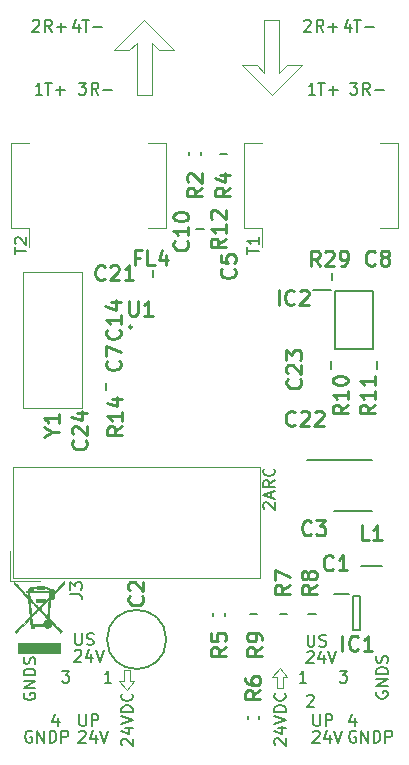
<source format=gto>
G04 #@! TF.GenerationSoftware,KiCad,Pcbnew,(5.1.5)-3*
G04 #@! TF.CreationDate,2020-07-08T18:31:05-03:00*
G04 #@! TF.ProjectId,EEN60002020,45454e36-3030-4303-9230-32302e6b6963,rev?*
G04 #@! TF.SameCoordinates,Original*
G04 #@! TF.FileFunction,Legend,Top*
G04 #@! TF.FilePolarity,Positive*
%FSLAX46Y46*%
G04 Gerber Fmt 4.6, Leading zero omitted, Abs format (unit mm)*
G04 Created by KiCad (PCBNEW (5.1.5)-3) date 2020-07-08 18:31:05*
%MOMM*%
%LPD*%
G04 APERTURE LIST*
%ADD10C,0.150000*%
%ADD11C,0.120000*%
%ADD12C,0.010000*%
%ADD13C,0.200000*%
%ADD14C,0.152400*%
%ADD15C,0.250000*%
%ADD16C,0.100000*%
%ADD17C,0.254000*%
G04 APERTURE END LIST*
D10*
X144835619Y-126167876D02*
X144788000Y-126120257D01*
X144740380Y-126025019D01*
X144740380Y-125786923D01*
X144788000Y-125691685D01*
X144835619Y-125644066D01*
X144930857Y-125596447D01*
X145026095Y-125596447D01*
X145168952Y-125644066D01*
X145740380Y-126215495D01*
X145740380Y-125596447D01*
X145073714Y-124739304D02*
X145740380Y-124739304D01*
X144692761Y-124977400D02*
X145407047Y-125215495D01*
X145407047Y-124596447D01*
X144740380Y-124358352D02*
X145740380Y-124025019D01*
X144740380Y-123691685D01*
X145740380Y-123358352D02*
X144740380Y-123358352D01*
X144740380Y-123120257D01*
X144788000Y-122977400D01*
X144883238Y-122882161D01*
X144978476Y-122834542D01*
X145168952Y-122786923D01*
X145311809Y-122786923D01*
X145502285Y-122834542D01*
X145597523Y-122882161D01*
X145692761Y-122977400D01*
X145740380Y-123120257D01*
X145740380Y-123358352D01*
X145645142Y-121786923D02*
X145692761Y-121834542D01*
X145740380Y-121977400D01*
X145740380Y-122072638D01*
X145692761Y-122215495D01*
X145597523Y-122310733D01*
X145502285Y-122358352D01*
X145311809Y-122405971D01*
X145168952Y-122405971D01*
X144978476Y-122358352D01*
X144883238Y-122310733D01*
X144788000Y-122215495D01*
X144740380Y-122072638D01*
X144740380Y-121977400D01*
X144788000Y-121834542D01*
X144835619Y-121786923D01*
D11*
X144576800Y-120700800D02*
X145211800Y-121462800D01*
X144957800Y-119811800D02*
X144957800Y-120700800D01*
X145846800Y-120700800D02*
X145211800Y-121462800D01*
X144957800Y-119811800D02*
X145465800Y-119811800D01*
X145465800Y-120700800D02*
X145846800Y-120700800D01*
X144957800Y-120700800D02*
X144576800Y-120700800D01*
X145465800Y-119811800D02*
X145465800Y-120700800D01*
D10*
X157789619Y-126142476D02*
X157742000Y-126094857D01*
X157694380Y-125999619D01*
X157694380Y-125761523D01*
X157742000Y-125666285D01*
X157789619Y-125618666D01*
X157884857Y-125571047D01*
X157980095Y-125571047D01*
X158122952Y-125618666D01*
X158694380Y-126190095D01*
X158694380Y-125571047D01*
X158027714Y-124713904D02*
X158694380Y-124713904D01*
X157646761Y-124952000D02*
X158361047Y-125190095D01*
X158361047Y-124571047D01*
X157694380Y-124332952D02*
X158694380Y-123999619D01*
X157694380Y-123666285D01*
X158694380Y-123332952D02*
X157694380Y-123332952D01*
X157694380Y-123094857D01*
X157742000Y-122952000D01*
X157837238Y-122856761D01*
X157932476Y-122809142D01*
X158122952Y-122761523D01*
X158265809Y-122761523D01*
X158456285Y-122809142D01*
X158551523Y-122856761D01*
X158646761Y-122952000D01*
X158694380Y-123094857D01*
X158694380Y-123332952D01*
X158599142Y-121761523D02*
X158646761Y-121809142D01*
X158694380Y-121952000D01*
X158694380Y-122047238D01*
X158646761Y-122190095D01*
X158551523Y-122285333D01*
X158456285Y-122332952D01*
X158265809Y-122380571D01*
X158122952Y-122380571D01*
X157932476Y-122332952D01*
X157837238Y-122285333D01*
X157742000Y-122190095D01*
X157694380Y-122047238D01*
X157694380Y-121952000D01*
X157742000Y-121809142D01*
X157789619Y-121761523D01*
D11*
X158826200Y-120396000D02*
X158191200Y-119634000D01*
X158445200Y-121285000D02*
X157937200Y-121285000D01*
X157937200Y-121285000D02*
X157937200Y-120396000D01*
X157937200Y-120396000D02*
X157556200Y-120396000D01*
X158445200Y-120396000D02*
X158826200Y-120396000D01*
X157556200Y-120396000D02*
X158191200Y-119634000D01*
X158445200Y-121285000D02*
X158445200Y-120396000D01*
D10*
X156849819Y-106159085D02*
X156802200Y-106111466D01*
X156754580Y-106016228D01*
X156754580Y-105778133D01*
X156802200Y-105682895D01*
X156849819Y-105635276D01*
X156945057Y-105587657D01*
X157040295Y-105587657D01*
X157183152Y-105635276D01*
X157754580Y-106206704D01*
X157754580Y-105587657D01*
X157468866Y-105206704D02*
X157468866Y-104730514D01*
X157754580Y-105301942D02*
X156754580Y-104968609D01*
X157754580Y-104635276D01*
X157754580Y-103730514D02*
X157278390Y-104063847D01*
X157754580Y-104301942D02*
X156754580Y-104301942D01*
X156754580Y-103920990D01*
X156802200Y-103825752D01*
X156849819Y-103778133D01*
X156945057Y-103730514D01*
X157087914Y-103730514D01*
X157183152Y-103778133D01*
X157230771Y-103825752D01*
X157278390Y-103920990D01*
X157278390Y-104301942D01*
X157659342Y-102730514D02*
X157706961Y-102778133D01*
X157754580Y-102920990D01*
X157754580Y-103016228D01*
X157706961Y-103159085D01*
X157611723Y-103254323D01*
X157516485Y-103301942D01*
X157326009Y-103349561D01*
X157183152Y-103349561D01*
X156992676Y-103301942D01*
X156897438Y-103254323D01*
X156802200Y-103159085D01*
X156754580Y-103016228D01*
X156754580Y-102920990D01*
X156802200Y-102778133D01*
X156849819Y-102730514D01*
X164528476Y-123864714D02*
X164528476Y-124531380D01*
X164290380Y-123483761D02*
X164052285Y-124198047D01*
X164671333Y-124198047D01*
X163242666Y-119848380D02*
X163861714Y-119848380D01*
X163528380Y-120229333D01*
X163671238Y-120229333D01*
X163766476Y-120276952D01*
X163814095Y-120324571D01*
X163861714Y-120419809D01*
X163861714Y-120657904D01*
X163814095Y-120753142D01*
X163766476Y-120800761D01*
X163671238Y-120848380D01*
X163385523Y-120848380D01*
X163290285Y-120800761D01*
X163242666Y-120753142D01*
X161012285Y-123531380D02*
X161012285Y-124340904D01*
X161059904Y-124436142D01*
X161107523Y-124483761D01*
X161202761Y-124531380D01*
X161393238Y-124531380D01*
X161488476Y-124483761D01*
X161536095Y-124436142D01*
X161583714Y-124340904D01*
X161583714Y-123531380D01*
X162059904Y-124531380D02*
X162059904Y-123531380D01*
X162440857Y-123531380D01*
X162536095Y-123579000D01*
X162583714Y-123626619D01*
X162631333Y-123721857D01*
X162631333Y-123864714D01*
X162583714Y-123959952D01*
X162536095Y-124007571D01*
X162440857Y-124055190D01*
X162059904Y-124055190D01*
X160528095Y-116800380D02*
X160528095Y-117609904D01*
X160575714Y-117705142D01*
X160623333Y-117752761D01*
X160718571Y-117800380D01*
X160909047Y-117800380D01*
X161004285Y-117752761D01*
X161051904Y-117705142D01*
X161099523Y-117609904D01*
X161099523Y-116800380D01*
X161528095Y-117752761D02*
X161670952Y-117800380D01*
X161909047Y-117800380D01*
X162004285Y-117752761D01*
X162051904Y-117705142D01*
X162099523Y-117609904D01*
X162099523Y-117514666D01*
X162051904Y-117419428D01*
X162004285Y-117371809D01*
X161909047Y-117324190D01*
X161718571Y-117276571D01*
X161623333Y-117228952D01*
X161575714Y-117181333D01*
X161528095Y-117086095D01*
X161528095Y-116990857D01*
X161575714Y-116895619D01*
X161623333Y-116848000D01*
X161718571Y-116800380D01*
X161956666Y-116800380D01*
X162099523Y-116848000D01*
X139382476Y-123864714D02*
X139382476Y-124531380D01*
X139144380Y-123483761D02*
X138906285Y-124198047D01*
X139525333Y-124198047D01*
X139747666Y-119848380D02*
X140366714Y-119848380D01*
X140033380Y-120229333D01*
X140176238Y-120229333D01*
X140271476Y-120276952D01*
X140319095Y-120324571D01*
X140366714Y-120419809D01*
X140366714Y-120657904D01*
X140319095Y-120753142D01*
X140271476Y-120800761D01*
X140176238Y-120848380D01*
X139890523Y-120848380D01*
X139795285Y-120800761D01*
X139747666Y-120753142D01*
X141200285Y-123531380D02*
X141200285Y-124340904D01*
X141247904Y-124436142D01*
X141295523Y-124483761D01*
X141390761Y-124531380D01*
X141581238Y-124531380D01*
X141676476Y-124483761D01*
X141724095Y-124436142D01*
X141771714Y-124340904D01*
X141771714Y-123531380D01*
X142247904Y-124531380D02*
X142247904Y-123531380D01*
X142628857Y-123531380D01*
X142724095Y-123579000D01*
X142771714Y-123626619D01*
X142819333Y-123721857D01*
X142819333Y-123864714D01*
X142771714Y-123959952D01*
X142724095Y-124007571D01*
X142628857Y-124055190D01*
X142247904Y-124055190D01*
X140843095Y-116673380D02*
X140843095Y-117482904D01*
X140890714Y-117578142D01*
X140938333Y-117625761D01*
X141033571Y-117673380D01*
X141224047Y-117673380D01*
X141319285Y-117625761D01*
X141366904Y-117578142D01*
X141414523Y-117482904D01*
X141414523Y-116673380D01*
X141843095Y-117625761D02*
X141985952Y-117673380D01*
X142224047Y-117673380D01*
X142319285Y-117625761D01*
X142366904Y-117578142D01*
X142414523Y-117482904D01*
X142414523Y-117387666D01*
X142366904Y-117292428D01*
X142319285Y-117244809D01*
X142224047Y-117197190D01*
X142033571Y-117149571D01*
X141938333Y-117101952D01*
X141890714Y-117054333D01*
X141843095Y-116959095D01*
X141843095Y-116863857D01*
X141890714Y-116768619D01*
X141938333Y-116721000D01*
X142033571Y-116673380D01*
X142271666Y-116673380D01*
X142414523Y-116721000D01*
X137168095Y-124976000D02*
X137072857Y-124928380D01*
X136930000Y-124928380D01*
X136787142Y-124976000D01*
X136691904Y-125071238D01*
X136644285Y-125166476D01*
X136596666Y-125356952D01*
X136596666Y-125499809D01*
X136644285Y-125690285D01*
X136691904Y-125785523D01*
X136787142Y-125880761D01*
X136930000Y-125928380D01*
X137025238Y-125928380D01*
X137168095Y-125880761D01*
X137215714Y-125833142D01*
X137215714Y-125499809D01*
X137025238Y-125499809D01*
X137644285Y-125928380D02*
X137644285Y-124928380D01*
X138215714Y-125928380D01*
X138215714Y-124928380D01*
X138691904Y-125928380D02*
X138691904Y-124928380D01*
X138930000Y-124928380D01*
X139072857Y-124976000D01*
X139168095Y-125071238D01*
X139215714Y-125166476D01*
X139263333Y-125356952D01*
X139263333Y-125499809D01*
X139215714Y-125690285D01*
X139168095Y-125785523D01*
X139072857Y-125880761D01*
X138930000Y-125928380D01*
X138691904Y-125928380D01*
X139691904Y-125928380D02*
X139691904Y-124928380D01*
X140072857Y-124928380D01*
X140168095Y-124976000D01*
X140215714Y-125023619D01*
X140263333Y-125118857D01*
X140263333Y-125261714D01*
X140215714Y-125356952D01*
X140168095Y-125404571D01*
X140072857Y-125452190D01*
X139691904Y-125452190D01*
X136533000Y-121761095D02*
X136485380Y-121856333D01*
X136485380Y-121999190D01*
X136533000Y-122142047D01*
X136628238Y-122237285D01*
X136723476Y-122284904D01*
X136913952Y-122332523D01*
X137056809Y-122332523D01*
X137247285Y-122284904D01*
X137342523Y-122237285D01*
X137437761Y-122142047D01*
X137485380Y-121999190D01*
X137485380Y-121903952D01*
X137437761Y-121761095D01*
X137390142Y-121713476D01*
X137056809Y-121713476D01*
X137056809Y-121903952D01*
X137485380Y-121284904D02*
X136485380Y-121284904D01*
X137485380Y-120713476D01*
X136485380Y-120713476D01*
X137485380Y-120237285D02*
X136485380Y-120237285D01*
X136485380Y-119999190D01*
X136533000Y-119856333D01*
X136628238Y-119761095D01*
X136723476Y-119713476D01*
X136913952Y-119665857D01*
X137056809Y-119665857D01*
X137247285Y-119713476D01*
X137342523Y-119761095D01*
X137437761Y-119856333D01*
X137485380Y-119999190D01*
X137485380Y-120237285D01*
X137437761Y-119284904D02*
X137485380Y-119142047D01*
X137485380Y-118903952D01*
X137437761Y-118808714D01*
X137390142Y-118761095D01*
X137294904Y-118713476D01*
X137199666Y-118713476D01*
X137104428Y-118761095D01*
X137056809Y-118808714D01*
X137009190Y-118903952D01*
X136961571Y-119094428D01*
X136913952Y-119189666D01*
X136866333Y-119237285D01*
X136771095Y-119284904D01*
X136675857Y-119284904D01*
X136580619Y-119237285D01*
X136533000Y-119189666D01*
X136485380Y-119094428D01*
X136485380Y-118856333D01*
X136533000Y-118713476D01*
X164600095Y-124976000D02*
X164504857Y-124928380D01*
X164362000Y-124928380D01*
X164219142Y-124976000D01*
X164123904Y-125071238D01*
X164076285Y-125166476D01*
X164028666Y-125356952D01*
X164028666Y-125499809D01*
X164076285Y-125690285D01*
X164123904Y-125785523D01*
X164219142Y-125880761D01*
X164362000Y-125928380D01*
X164457238Y-125928380D01*
X164600095Y-125880761D01*
X164647714Y-125833142D01*
X164647714Y-125499809D01*
X164457238Y-125499809D01*
X165076285Y-125928380D02*
X165076285Y-124928380D01*
X165647714Y-125928380D01*
X165647714Y-124928380D01*
X166123904Y-125928380D02*
X166123904Y-124928380D01*
X166362000Y-124928380D01*
X166504857Y-124976000D01*
X166600095Y-125071238D01*
X166647714Y-125166476D01*
X166695333Y-125356952D01*
X166695333Y-125499809D01*
X166647714Y-125690285D01*
X166600095Y-125785523D01*
X166504857Y-125880761D01*
X166362000Y-125928380D01*
X166123904Y-125928380D01*
X167123904Y-125928380D02*
X167123904Y-124928380D01*
X167504857Y-124928380D01*
X167600095Y-124976000D01*
X167647714Y-125023619D01*
X167695333Y-125118857D01*
X167695333Y-125261714D01*
X167647714Y-125356952D01*
X167600095Y-125404571D01*
X167504857Y-125452190D01*
X167123904Y-125452190D01*
X143922714Y-120848380D02*
X143351285Y-120848380D01*
X143637000Y-120848380D02*
X143637000Y-119848380D01*
X143541761Y-119991238D01*
X143446523Y-120086476D01*
X143351285Y-120134095D01*
X160496285Y-121975619D02*
X160543904Y-121928000D01*
X160639142Y-121880380D01*
X160877238Y-121880380D01*
X160972476Y-121928000D01*
X161020095Y-121975619D01*
X161067714Y-122070857D01*
X161067714Y-122166095D01*
X161020095Y-122308952D01*
X160448666Y-122880380D01*
X161067714Y-122880380D01*
X160432714Y-120848380D02*
X159861285Y-120848380D01*
X160147000Y-120848380D02*
X160147000Y-119848380D01*
X160051761Y-119991238D01*
X159956523Y-120086476D01*
X159861285Y-120134095D01*
X166378000Y-121634095D02*
X166330380Y-121729333D01*
X166330380Y-121872190D01*
X166378000Y-122015047D01*
X166473238Y-122110285D01*
X166568476Y-122157904D01*
X166758952Y-122205523D01*
X166901809Y-122205523D01*
X167092285Y-122157904D01*
X167187523Y-122110285D01*
X167282761Y-122015047D01*
X167330380Y-121872190D01*
X167330380Y-121776952D01*
X167282761Y-121634095D01*
X167235142Y-121586476D01*
X166901809Y-121586476D01*
X166901809Y-121776952D01*
X167330380Y-121157904D02*
X166330380Y-121157904D01*
X167330380Y-120586476D01*
X166330380Y-120586476D01*
X167330380Y-120110285D02*
X166330380Y-120110285D01*
X166330380Y-119872190D01*
X166378000Y-119729333D01*
X166473238Y-119634095D01*
X166568476Y-119586476D01*
X166758952Y-119538857D01*
X166901809Y-119538857D01*
X167092285Y-119586476D01*
X167187523Y-119634095D01*
X167282761Y-119729333D01*
X167330380Y-119872190D01*
X167330380Y-120110285D01*
X167282761Y-119157904D02*
X167330380Y-119015047D01*
X167330380Y-118776952D01*
X167282761Y-118681714D01*
X167235142Y-118634095D01*
X167139904Y-118586476D01*
X167044666Y-118586476D01*
X166949428Y-118634095D01*
X166901809Y-118681714D01*
X166854190Y-118776952D01*
X166806571Y-118967428D01*
X166758952Y-119062666D01*
X166711333Y-119110285D01*
X166616095Y-119157904D01*
X166520857Y-119157904D01*
X166425619Y-119110285D01*
X166378000Y-119062666D01*
X166330380Y-118967428D01*
X166330380Y-118729333D01*
X166378000Y-118586476D01*
X160988523Y-125023619D02*
X161036142Y-124976000D01*
X161131380Y-124928380D01*
X161369476Y-124928380D01*
X161464714Y-124976000D01*
X161512333Y-125023619D01*
X161559952Y-125118857D01*
X161559952Y-125214095D01*
X161512333Y-125356952D01*
X160940904Y-125928380D01*
X161559952Y-125928380D01*
X162417095Y-125261714D02*
X162417095Y-125928380D01*
X162179000Y-124880761D02*
X161940904Y-125595047D01*
X162559952Y-125595047D01*
X162798047Y-124928380D02*
X163131380Y-125928380D01*
X163464714Y-124928380D01*
X160480523Y-118292619D02*
X160528142Y-118245000D01*
X160623380Y-118197380D01*
X160861476Y-118197380D01*
X160956714Y-118245000D01*
X161004333Y-118292619D01*
X161051952Y-118387857D01*
X161051952Y-118483095D01*
X161004333Y-118625952D01*
X160432904Y-119197380D01*
X161051952Y-119197380D01*
X161909095Y-118530714D02*
X161909095Y-119197380D01*
X161671000Y-118149761D02*
X161432904Y-118864047D01*
X162051952Y-118864047D01*
X162290047Y-118197380D02*
X162623380Y-119197380D01*
X162956714Y-118197380D01*
X141176523Y-125023619D02*
X141224142Y-124976000D01*
X141319380Y-124928380D01*
X141557476Y-124928380D01*
X141652714Y-124976000D01*
X141700333Y-125023619D01*
X141747952Y-125118857D01*
X141747952Y-125214095D01*
X141700333Y-125356952D01*
X141128904Y-125928380D01*
X141747952Y-125928380D01*
X142605095Y-125261714D02*
X142605095Y-125928380D01*
X142367000Y-124880761D02*
X142128904Y-125595047D01*
X142747952Y-125595047D01*
X142986047Y-124928380D02*
X143319380Y-125928380D01*
X143652714Y-124928380D01*
X140795523Y-118165619D02*
X140843142Y-118118000D01*
X140938380Y-118070380D01*
X141176476Y-118070380D01*
X141271714Y-118118000D01*
X141319333Y-118165619D01*
X141366952Y-118260857D01*
X141366952Y-118356095D01*
X141319333Y-118498952D01*
X140747904Y-119070380D01*
X141366952Y-119070380D01*
X142224095Y-118403714D02*
X142224095Y-119070380D01*
X141986000Y-118022761D02*
X141747904Y-118737047D01*
X142366952Y-118737047D01*
X142605047Y-118070380D02*
X142938380Y-119070380D01*
X143271714Y-118070380D01*
X161401238Y-70064380D02*
X161972666Y-70064380D01*
X161686952Y-71064380D02*
X161686952Y-70064380D01*
X162306000Y-70683428D02*
X163067904Y-70683428D01*
X162686952Y-71064380D02*
X162686952Y-70302476D01*
X165806476Y-71064380D02*
X165473142Y-70588190D01*
X165235047Y-71064380D02*
X165235047Y-70064380D01*
X165616000Y-70064380D01*
X165711238Y-70112000D01*
X165758857Y-70159619D01*
X165806476Y-70254857D01*
X165806476Y-70397714D01*
X165758857Y-70492952D01*
X165711238Y-70540571D01*
X165616000Y-70588190D01*
X165235047Y-70588190D01*
X166235047Y-70683428D02*
X166996952Y-70683428D01*
X161869476Y-65730380D02*
X161536142Y-65254190D01*
X161298047Y-65730380D02*
X161298047Y-64730380D01*
X161679000Y-64730380D01*
X161774238Y-64778000D01*
X161821857Y-64825619D01*
X161869476Y-64920857D01*
X161869476Y-65063714D01*
X161821857Y-65158952D01*
X161774238Y-65206571D01*
X161679000Y-65254190D01*
X161298047Y-65254190D01*
X162298047Y-65349428D02*
X163059952Y-65349428D01*
X162679000Y-65730380D02*
X162679000Y-64968476D01*
X164449238Y-64730380D02*
X165020666Y-64730380D01*
X164734952Y-65730380D02*
X164734952Y-64730380D01*
X165354000Y-65349428D02*
X166115904Y-65349428D01*
X142819476Y-71064380D02*
X142486142Y-70588190D01*
X142248047Y-71064380D02*
X142248047Y-70064380D01*
X142629000Y-70064380D01*
X142724238Y-70112000D01*
X142771857Y-70159619D01*
X142819476Y-70254857D01*
X142819476Y-70397714D01*
X142771857Y-70492952D01*
X142724238Y-70540571D01*
X142629000Y-70588190D01*
X142248047Y-70588190D01*
X143248047Y-70683428D02*
X144009952Y-70683428D01*
X138287238Y-70064380D02*
X138858666Y-70064380D01*
X138572952Y-71064380D02*
X138572952Y-70064380D01*
X139192000Y-70683428D02*
X139953904Y-70683428D01*
X139572952Y-71064380D02*
X139572952Y-70302476D01*
X138882476Y-65730380D02*
X138549142Y-65254190D01*
X138311047Y-65730380D02*
X138311047Y-64730380D01*
X138692000Y-64730380D01*
X138787238Y-64778000D01*
X138834857Y-64825619D01*
X138882476Y-64920857D01*
X138882476Y-65063714D01*
X138834857Y-65158952D01*
X138787238Y-65206571D01*
X138692000Y-65254190D01*
X138311047Y-65254190D01*
X139311047Y-65349428D02*
X140072952Y-65349428D01*
X139692000Y-65730380D02*
X139692000Y-64968476D01*
X141462238Y-64730380D02*
X142033666Y-64730380D01*
X141747952Y-65730380D02*
X141747952Y-64730380D01*
X142367000Y-65349428D02*
X143128904Y-65349428D01*
X164131666Y-70064380D02*
X164750714Y-70064380D01*
X164417380Y-70445333D01*
X164560238Y-70445333D01*
X164655476Y-70492952D01*
X164703095Y-70540571D01*
X164750714Y-70635809D01*
X164750714Y-70873904D01*
X164703095Y-70969142D01*
X164655476Y-71016761D01*
X164560238Y-71064380D01*
X164274523Y-71064380D01*
X164179285Y-71016761D01*
X164131666Y-70969142D01*
X161194714Y-71064380D02*
X160623285Y-71064380D01*
X160909000Y-71064380D02*
X160909000Y-70064380D01*
X160813761Y-70207238D01*
X160718523Y-70302476D01*
X160623285Y-70350095D01*
X164147476Y-65063714D02*
X164147476Y-65730380D01*
X163909380Y-64682761D02*
X163671285Y-65397047D01*
X164290333Y-65397047D01*
X160242285Y-64825619D02*
X160289904Y-64778000D01*
X160385142Y-64730380D01*
X160623238Y-64730380D01*
X160718476Y-64778000D01*
X160766095Y-64825619D01*
X160813714Y-64920857D01*
X160813714Y-65016095D01*
X160766095Y-65158952D01*
X160194666Y-65730380D01*
X160813714Y-65730380D01*
X141160476Y-65063714D02*
X141160476Y-65730380D01*
X140922380Y-64682761D02*
X140684285Y-65397047D01*
X141303333Y-65397047D01*
X137255285Y-64825619D02*
X137302904Y-64778000D01*
X137398142Y-64730380D01*
X137636238Y-64730380D01*
X137731476Y-64778000D01*
X137779095Y-64825619D01*
X137826714Y-64920857D01*
X137826714Y-65016095D01*
X137779095Y-65158952D01*
X137207666Y-65730380D01*
X137826714Y-65730380D01*
X138080714Y-71064380D02*
X137509285Y-71064380D01*
X137795000Y-71064380D02*
X137795000Y-70064380D01*
X137699761Y-70207238D01*
X137604523Y-70302476D01*
X137509285Y-70350095D01*
X141144666Y-70064380D02*
X141763714Y-70064380D01*
X141430380Y-70445333D01*
X141573238Y-70445333D01*
X141668476Y-70492952D01*
X141716095Y-70540571D01*
X141763714Y-70635809D01*
X141763714Y-70873904D01*
X141716095Y-70969142D01*
X141668476Y-71016761D01*
X141573238Y-71064380D01*
X141287523Y-71064380D01*
X141192285Y-71016761D01*
X141144666Y-70969142D01*
D11*
X156845000Y-64770000D02*
X158115000Y-64770000D01*
X158115000Y-69215000D02*
X158750000Y-68580000D01*
X158750000Y-68580000D02*
X159385000Y-68580000D01*
X156210000Y-68580000D02*
X156845000Y-69215000D01*
X158115000Y-64770000D02*
X158115000Y-69215000D01*
X156845000Y-69215000D02*
X156845000Y-64770000D01*
X155575000Y-68580000D02*
X156210000Y-68580000D01*
X160020000Y-68580000D02*
X159385000Y-68580000D01*
X157480000Y-71120000D02*
X160020000Y-68580000D01*
X154940000Y-68580000D02*
X157480000Y-71120000D01*
X155575000Y-68580000D02*
X154940000Y-68580000D01*
X144145000Y-67310000D02*
X144780000Y-67310000D01*
X146685000Y-64770000D02*
X144145000Y-67310000D01*
X149225000Y-67310000D02*
X146685000Y-64770000D01*
X148590000Y-67310000D02*
X149225000Y-67310000D01*
X147320000Y-71120000D02*
X146050000Y-71120000D01*
X147320000Y-66675000D02*
X147320000Y-71120000D01*
X147955000Y-67310000D02*
X147320000Y-66675000D01*
X148590000Y-67310000D02*
X147955000Y-67310000D01*
X145415000Y-67310000D02*
X144780000Y-67310000D01*
X146050000Y-66675000D02*
X145415000Y-67310000D01*
X146050000Y-71120000D02*
X146050000Y-66675000D01*
D12*
G36*
X139919430Y-112380848D02*
G01*
X139918811Y-112467931D01*
X139467086Y-112926891D01*
X139015361Y-113385852D01*
X139015032Y-113596471D01*
X139014703Y-113807089D01*
X138739610Y-113807089D01*
X138732522Y-113860530D01*
X138729838Y-113884888D01*
X138725313Y-113930759D01*
X138719191Y-113995405D01*
X138711712Y-114076091D01*
X138703119Y-114170081D01*
X138693654Y-114274637D01*
X138683558Y-114387025D01*
X138673074Y-114504507D01*
X138662444Y-114624348D01*
X138651909Y-114743811D01*
X138641713Y-114860159D01*
X138632095Y-114970657D01*
X138623300Y-115072569D01*
X138615568Y-115163158D01*
X138609142Y-115239687D01*
X138604263Y-115299421D01*
X138601175Y-115339624D01*
X138600117Y-115357559D01*
X138600118Y-115357644D01*
X138607827Y-115372035D01*
X138630981Y-115401748D01*
X138669895Y-115447131D01*
X138724884Y-115508529D01*
X138796264Y-115586288D01*
X138884349Y-115680754D01*
X138989454Y-115792272D01*
X139111895Y-115921188D01*
X139146310Y-115957287D01*
X139692137Y-116529416D01*
X139603881Y-116617436D01*
X139532485Y-116539758D01*
X139506366Y-116511686D01*
X139465566Y-116468274D01*
X139412777Y-116412366D01*
X139350691Y-116346808D01*
X139282000Y-116274441D01*
X139209396Y-116198112D01*
X139165960Y-116152524D01*
X139084416Y-116067119D01*
X139018504Y-115998710D01*
X138966544Y-115946053D01*
X138926855Y-115907905D01*
X138897757Y-115883020D01*
X138877569Y-115870156D01*
X138864610Y-115868068D01*
X138857200Y-115875513D01*
X138853658Y-115891246D01*
X138852303Y-115914023D01*
X138852121Y-115920239D01*
X138842703Y-115963061D01*
X138819497Y-116014819D01*
X138787136Y-116067328D01*
X138750252Y-116112403D01*
X138735493Y-116126328D01*
X138659767Y-116175047D01*
X138571308Y-116202306D01*
X138493100Y-116208773D01*
X138404468Y-116196576D01*
X138322612Y-116160813D01*
X138250164Y-116102722D01*
X138236797Y-116088262D01*
X138187918Y-116032733D01*
X137342326Y-116032733D01*
X137342326Y-116208773D01*
X137115990Y-116208773D01*
X137115990Y-116126531D01*
X137113150Y-116070386D01*
X137103607Y-116031416D01*
X137092009Y-116010219D01*
X137083723Y-115995052D01*
X137076627Y-115973062D01*
X137070252Y-115940987D01*
X137064128Y-115895569D01*
X137057784Y-115833548D01*
X137050750Y-115751662D01*
X137045934Y-115690746D01*
X137023839Y-115405343D01*
X136481435Y-115954805D01*
X136383363Y-116054228D01*
X136289216Y-116149815D01*
X136200715Y-116239810D01*
X136119580Y-116322457D01*
X136047531Y-116396001D01*
X135986288Y-116458684D01*
X135937573Y-116508752D01*
X135903104Y-116544448D01*
X135884621Y-116563995D01*
X135854257Y-116594944D01*
X135828929Y-116616530D01*
X135815305Y-116623723D01*
X135797905Y-116615297D01*
X135772540Y-116594245D01*
X135763942Y-116585671D01*
X135727486Y-116547620D01*
X135928198Y-116343658D01*
X135979404Y-116291699D01*
X136045431Y-116224820D01*
X136123382Y-116145950D01*
X136210362Y-116058014D01*
X136303474Y-115963941D01*
X136399821Y-115866658D01*
X136496508Y-115769093D01*
X136565866Y-115699145D01*
X136671297Y-115592550D01*
X136759871Y-115502307D01*
X136832719Y-115427192D01*
X136890977Y-115365986D01*
X136935775Y-115317466D01*
X136957979Y-115292129D01*
X137136276Y-115292129D01*
X137158599Y-115577555D01*
X137165331Y-115661219D01*
X137171843Y-115737727D01*
X137177766Y-115803081D01*
X137182732Y-115853281D01*
X137186371Y-115884329D01*
X137187542Y-115891273D01*
X137194162Y-115919565D01*
X138143636Y-115919565D01*
X138149974Y-115840606D01*
X138169110Y-115747315D01*
X138209154Y-115664791D01*
X138267582Y-115596038D01*
X138341871Y-115544063D01*
X138425252Y-115512863D01*
X138452302Y-115498228D01*
X138465844Y-115466819D01*
X138466128Y-115465434D01*
X138467753Y-115452174D01*
X138465744Y-115438595D01*
X138458142Y-115422181D01*
X138442984Y-115400411D01*
X138418312Y-115370767D01*
X138382164Y-115330732D01*
X138332580Y-115277785D01*
X138267599Y-115209409D01*
X138263401Y-115205005D01*
X138193507Y-115131611D01*
X138119200Y-115053437D01*
X138045586Y-114975864D01*
X137977771Y-114904275D01*
X137920860Y-114844051D01*
X137908168Y-114830587D01*
X137859513Y-114779820D01*
X137816291Y-114736375D01*
X137781605Y-114703241D01*
X137758556Y-114683405D01*
X137750818Y-114679046D01*
X137739278Y-114688170D01*
X137712290Y-114713200D01*
X137671979Y-114752052D01*
X137620471Y-114802643D01*
X137559891Y-114862888D01*
X137492364Y-114930704D01*
X137437174Y-114986565D01*
X137136276Y-115292129D01*
X136957979Y-115292129D01*
X136968249Y-115280411D01*
X136989529Y-115253599D01*
X137000749Y-115235808D01*
X137003246Y-115227570D01*
X137002300Y-115209590D01*
X136999427Y-115168892D01*
X136994813Y-115107819D01*
X136988642Y-115028713D01*
X136981102Y-114933914D01*
X136972379Y-114825767D01*
X136962657Y-114706612D01*
X136952124Y-114578791D01*
X136943635Y-114476635D01*
X136895604Y-113900674D01*
X137019195Y-113900674D01*
X137019727Y-113913104D01*
X137022231Y-113948110D01*
X137026504Y-114003215D01*
X137032347Y-114075943D01*
X137039557Y-114163814D01*
X137047934Y-114264351D01*
X137057277Y-114375077D01*
X137066242Y-114480205D01*
X137076398Y-114599483D01*
X137085858Y-114712080D01*
X137094404Y-114815305D01*
X137101821Y-114906473D01*
X137107892Y-114982895D01*
X137112399Y-115041883D01*
X137115127Y-115080749D01*
X137115884Y-115095844D01*
X137117065Y-115105238D01*
X137121744Y-115108966D01*
X137131724Y-115105471D01*
X137148810Y-115093199D01*
X137174804Y-115070594D01*
X137211510Y-115036100D01*
X137260733Y-114988162D01*
X137324274Y-114925224D01*
X137391695Y-114857968D01*
X137667399Y-114582477D01*
X137665467Y-114580406D01*
X137847710Y-114580406D01*
X137856016Y-114591780D01*
X137879267Y-114618563D01*
X137915135Y-114658292D01*
X137961287Y-114708507D01*
X138015394Y-114766746D01*
X138075126Y-114830547D01*
X138138152Y-114897449D01*
X138202142Y-114964990D01*
X138264764Y-115030710D01*
X138323690Y-115092146D01*
X138376588Y-115146837D01*
X138421128Y-115192322D01*
X138454980Y-115226138D01*
X138475812Y-115245826D01*
X138481494Y-115249837D01*
X138483366Y-115236891D01*
X138487254Y-115201134D01*
X138492943Y-115144804D01*
X138500219Y-115070140D01*
X138508869Y-114979380D01*
X138518678Y-114874762D01*
X138529434Y-114758526D01*
X138540921Y-114632908D01*
X138550093Y-114531618D01*
X138561826Y-114400279D01*
X138572665Y-114276552D01*
X138582430Y-114162681D01*
X138590937Y-114060911D01*
X138598005Y-113973487D01*
X138603451Y-113902653D01*
X138607092Y-113850653D01*
X138608747Y-113819732D01*
X138608558Y-113811703D01*
X138598666Y-113818854D01*
X138573476Y-113841841D01*
X138535190Y-113878439D01*
X138486011Y-113926422D01*
X138428139Y-113983566D01*
X138363778Y-114047647D01*
X138295129Y-114116438D01*
X138224395Y-114187716D01*
X138153778Y-114259255D01*
X138085480Y-114328830D01*
X138021704Y-114394217D01*
X137964650Y-114453191D01*
X137916522Y-114503527D01*
X137879522Y-114542999D01*
X137855852Y-114569383D01*
X137847710Y-114580406D01*
X137665467Y-114580406D01*
X137564591Y-114472295D01*
X137512232Y-114416377D01*
X137453465Y-114353948D01*
X137390615Y-114287443D01*
X137326005Y-114219298D01*
X137261958Y-114151948D01*
X137200797Y-114087828D01*
X137144847Y-114029372D01*
X137096430Y-113979018D01*
X137057870Y-113939198D01*
X137031491Y-113912350D01*
X137019616Y-113900908D01*
X137019195Y-113900674D01*
X136895604Y-113900674D01*
X136883599Y-113756726D01*
X136283062Y-113125158D01*
X135682525Y-112493589D01*
X135682966Y-112405315D01*
X135683408Y-112317040D01*
X135780417Y-112420666D01*
X135834709Y-112478463D01*
X135898808Y-112546368D01*
X135970984Y-112622572D01*
X136049508Y-112705269D01*
X136132651Y-112792653D01*
X136218681Y-112882915D01*
X136305870Y-112974250D01*
X136392487Y-113064849D01*
X136476803Y-113152907D01*
X136557088Y-113236615D01*
X136631613Y-113314167D01*
X136698646Y-113383757D01*
X136756459Y-113443576D01*
X136803321Y-113491818D01*
X136837504Y-113526676D01*
X136857276Y-113546343D01*
X136861610Y-113550116D01*
X136861908Y-113536992D01*
X136860269Y-113503389D01*
X136856977Y-113453880D01*
X136852318Y-113393037D01*
X136850318Y-113368732D01*
X136835423Y-113190951D01*
X136952045Y-113190951D01*
X136958066Y-113219243D01*
X136961137Y-113241618D01*
X136965452Y-113283717D01*
X136970512Y-113340178D01*
X136975819Y-113405635D01*
X136977656Y-113429862D01*
X136983073Y-113499421D01*
X136988541Y-113564018D01*
X136993512Y-113617548D01*
X136997439Y-113653910D01*
X136998325Y-113660509D01*
X137001666Y-113674056D01*
X137008899Y-113689914D01*
X137021560Y-113709861D01*
X137041189Y-113735673D01*
X137069322Y-113769129D01*
X137107498Y-113812007D01*
X137157254Y-113866083D01*
X137220129Y-113933136D01*
X137297659Y-114014943D01*
X137376749Y-114097950D01*
X137455436Y-114180094D01*
X137528888Y-114256169D01*
X137595276Y-114324325D01*
X137652773Y-114382712D01*
X137699549Y-114429481D01*
X137733776Y-114462782D01*
X137753627Y-114480767D01*
X137757860Y-114483442D01*
X137768997Y-114473741D01*
X137795029Y-114448441D01*
X137833430Y-114410082D01*
X137881672Y-114361200D01*
X137937230Y-114304334D01*
X137977408Y-114262906D01*
X138187169Y-114046000D01*
X137568663Y-114046000D01*
X137568663Y-113807089D01*
X138323119Y-113807089D01*
X138323119Y-113913542D01*
X138461435Y-113775654D01*
X138559553Y-113677840D01*
X138750643Y-113677840D01*
X138752471Y-113693270D01*
X138761723Y-113701867D01*
X138784050Y-113705613D01*
X138825105Y-113706489D01*
X138832376Y-113706495D01*
X138914109Y-113706495D01*
X138914109Y-113487172D01*
X138832376Y-113568179D01*
X138786270Y-113617428D01*
X138758694Y-113655159D01*
X138750643Y-113677840D01*
X138559553Y-113677840D01*
X138599752Y-113637766D01*
X138599752Y-113514952D01*
X138600137Y-113458450D01*
X138601900Y-113422505D01*
X138605950Y-113402530D01*
X138613199Y-113393937D01*
X138624130Y-113392139D01*
X138636288Y-113389498D01*
X138645273Y-113378912D01*
X138652174Y-113356381D01*
X138658076Y-113317909D01*
X138664065Y-113259498D01*
X138665987Y-113238104D01*
X138670148Y-113190951D01*
X136952045Y-113190951D01*
X136835423Y-113190951D01*
X136675891Y-113190951D01*
X136675891Y-113077782D01*
X136743686Y-113077782D01*
X136783338Y-113076696D01*
X136804884Y-113071454D01*
X136807520Y-113068334D01*
X136946384Y-113068334D01*
X136953692Y-113075462D01*
X136979007Y-113077662D01*
X136996092Y-113077782D01*
X137053119Y-113077782D01*
X137265779Y-113077782D01*
X138680302Y-113077782D01*
X138632458Y-113028786D01*
X138558150Y-112968324D01*
X138466184Y-112921691D01*
X138355002Y-112888249D01*
X138244529Y-112869753D01*
X138172227Y-112861122D01*
X138172227Y-112952040D01*
X137593812Y-112952040D01*
X137593812Y-112848893D01*
X137508935Y-112857496D01*
X137449632Y-112864756D01*
X137386449Y-112874379D01*
X137348614Y-112881252D01*
X137273168Y-112896407D01*
X137269474Y-112987095D01*
X137265779Y-113077782D01*
X137053119Y-113077782D01*
X137053119Y-113027485D01*
X137051456Y-112995976D01*
X137047303Y-112978463D01*
X137045629Y-112977188D01*
X137027013Y-112985254D01*
X136999817Y-113004820D01*
X136972552Y-113028944D01*
X136953733Y-113050682D01*
X136952057Y-113053508D01*
X136946384Y-113068334D01*
X136807520Y-113068334D01*
X136815338Y-113059081D01*
X136819558Y-113045604D01*
X136836781Y-113010627D01*
X136869862Y-112968579D01*
X136913107Y-112925356D01*
X136960826Y-112886854D01*
X136992170Y-112866801D01*
X137027877Y-112844851D01*
X137046181Y-112826411D01*
X137052612Y-112804668D01*
X137053106Y-112791718D01*
X137053106Y-112788575D01*
X137694406Y-112788575D01*
X137694406Y-112851446D01*
X138071633Y-112851446D01*
X138071633Y-112788575D01*
X137694406Y-112788575D01*
X137053106Y-112788575D01*
X137053119Y-112750852D01*
X137158952Y-112750852D01*
X137207645Y-112752029D01*
X137245595Y-112755165D01*
X137266692Y-112759671D01*
X137268977Y-112761495D01*
X137282359Y-112764295D01*
X137314926Y-112763148D01*
X137361084Y-112758393D01*
X137392624Y-112754003D01*
X137449812Y-112745378D01*
X137502114Y-112737591D01*
X137541418Y-112731847D01*
X137552945Y-112730215D01*
X137583063Y-112720888D01*
X137593812Y-112706272D01*
X137597080Y-112700320D01*
X137608770Y-112695778D01*
X137631712Y-112692470D01*
X137668735Y-112690215D01*
X137722668Y-112688834D01*
X137796340Y-112688150D01*
X137883020Y-112687980D01*
X137975529Y-112688077D01*
X138045906Y-112688530D01*
X138097164Y-112689590D01*
X138132320Y-112691503D01*
X138154389Y-112694519D01*
X138166385Y-112698885D01*
X138171324Y-112704849D01*
X138172227Y-112711784D01*
X138179921Y-112733795D01*
X138205121Y-112746321D01*
X138251009Y-112750788D01*
X138259264Y-112750852D01*
X138336973Y-112758868D01*
X138425233Y-112780936D01*
X138516085Y-112814084D01*
X138601570Y-112855339D01*
X138673726Y-112901731D01*
X138683072Y-112909082D01*
X138713533Y-112932998D01*
X138731572Y-112942576D01*
X138744169Y-112939480D01*
X138757100Y-112926704D01*
X138795293Y-112901678D01*
X138844998Y-112892071D01*
X138898524Y-112897067D01*
X138948178Y-112915851D01*
X138986267Y-112947606D01*
X138989025Y-112951297D01*
X139017526Y-113010575D01*
X139022828Y-113071934D01*
X139005518Y-113130427D01*
X138966180Y-113181104D01*
X138961370Y-113185289D01*
X138933440Y-113205167D01*
X138905102Y-113213921D01*
X138865263Y-113214553D01*
X138855311Y-113213992D01*
X138816332Y-113212562D01*
X138796254Y-113215839D01*
X138788985Y-113225728D01*
X138788240Y-113234961D01*
X138786716Y-113261744D01*
X138782935Y-113302025D01*
X138780218Y-113326124D01*
X138776277Y-113364401D01*
X138777916Y-113383996D01*
X138787421Y-113391158D01*
X138804351Y-113392139D01*
X138814392Y-113388901D01*
X138830590Y-113378420D01*
X138854145Y-113359548D01*
X138886257Y-113331135D01*
X138928128Y-113292035D01*
X138980957Y-113241097D01*
X139045945Y-113177173D01*
X139124291Y-113099114D01*
X139217197Y-113005772D01*
X139325863Y-112895998D01*
X139378231Y-112842952D01*
X139920049Y-112293767D01*
X139919430Y-112380848D01*
G37*
X139919430Y-112380848D02*
X139918811Y-112467931D01*
X139467086Y-112926891D01*
X139015361Y-113385852D01*
X139015032Y-113596471D01*
X139014703Y-113807089D01*
X138739610Y-113807089D01*
X138732522Y-113860530D01*
X138729838Y-113884888D01*
X138725313Y-113930759D01*
X138719191Y-113995405D01*
X138711712Y-114076091D01*
X138703119Y-114170081D01*
X138693654Y-114274637D01*
X138683558Y-114387025D01*
X138673074Y-114504507D01*
X138662444Y-114624348D01*
X138651909Y-114743811D01*
X138641713Y-114860159D01*
X138632095Y-114970657D01*
X138623300Y-115072569D01*
X138615568Y-115163158D01*
X138609142Y-115239687D01*
X138604263Y-115299421D01*
X138601175Y-115339624D01*
X138600117Y-115357559D01*
X138600118Y-115357644D01*
X138607827Y-115372035D01*
X138630981Y-115401748D01*
X138669895Y-115447131D01*
X138724884Y-115508529D01*
X138796264Y-115586288D01*
X138884349Y-115680754D01*
X138989454Y-115792272D01*
X139111895Y-115921188D01*
X139146310Y-115957287D01*
X139692137Y-116529416D01*
X139603881Y-116617436D01*
X139532485Y-116539758D01*
X139506366Y-116511686D01*
X139465566Y-116468274D01*
X139412777Y-116412366D01*
X139350691Y-116346808D01*
X139282000Y-116274441D01*
X139209396Y-116198112D01*
X139165960Y-116152524D01*
X139084416Y-116067119D01*
X139018504Y-115998710D01*
X138966544Y-115946053D01*
X138926855Y-115907905D01*
X138897757Y-115883020D01*
X138877569Y-115870156D01*
X138864610Y-115868068D01*
X138857200Y-115875513D01*
X138853658Y-115891246D01*
X138852303Y-115914023D01*
X138852121Y-115920239D01*
X138842703Y-115963061D01*
X138819497Y-116014819D01*
X138787136Y-116067328D01*
X138750252Y-116112403D01*
X138735493Y-116126328D01*
X138659767Y-116175047D01*
X138571308Y-116202306D01*
X138493100Y-116208773D01*
X138404468Y-116196576D01*
X138322612Y-116160813D01*
X138250164Y-116102722D01*
X138236797Y-116088262D01*
X138187918Y-116032733D01*
X137342326Y-116032733D01*
X137342326Y-116208773D01*
X137115990Y-116208773D01*
X137115990Y-116126531D01*
X137113150Y-116070386D01*
X137103607Y-116031416D01*
X137092009Y-116010219D01*
X137083723Y-115995052D01*
X137076627Y-115973062D01*
X137070252Y-115940987D01*
X137064128Y-115895569D01*
X137057784Y-115833548D01*
X137050750Y-115751662D01*
X137045934Y-115690746D01*
X137023839Y-115405343D01*
X136481435Y-115954805D01*
X136383363Y-116054228D01*
X136289216Y-116149815D01*
X136200715Y-116239810D01*
X136119580Y-116322457D01*
X136047531Y-116396001D01*
X135986288Y-116458684D01*
X135937573Y-116508752D01*
X135903104Y-116544448D01*
X135884621Y-116563995D01*
X135854257Y-116594944D01*
X135828929Y-116616530D01*
X135815305Y-116623723D01*
X135797905Y-116615297D01*
X135772540Y-116594245D01*
X135763942Y-116585671D01*
X135727486Y-116547620D01*
X135928198Y-116343658D01*
X135979404Y-116291699D01*
X136045431Y-116224820D01*
X136123382Y-116145950D01*
X136210362Y-116058014D01*
X136303474Y-115963941D01*
X136399821Y-115866658D01*
X136496508Y-115769093D01*
X136565866Y-115699145D01*
X136671297Y-115592550D01*
X136759871Y-115502307D01*
X136832719Y-115427192D01*
X136890977Y-115365986D01*
X136935775Y-115317466D01*
X136957979Y-115292129D01*
X137136276Y-115292129D01*
X137158599Y-115577555D01*
X137165331Y-115661219D01*
X137171843Y-115737727D01*
X137177766Y-115803081D01*
X137182732Y-115853281D01*
X137186371Y-115884329D01*
X137187542Y-115891273D01*
X137194162Y-115919565D01*
X138143636Y-115919565D01*
X138149974Y-115840606D01*
X138169110Y-115747315D01*
X138209154Y-115664791D01*
X138267582Y-115596038D01*
X138341871Y-115544063D01*
X138425252Y-115512863D01*
X138452302Y-115498228D01*
X138465844Y-115466819D01*
X138466128Y-115465434D01*
X138467753Y-115452174D01*
X138465744Y-115438595D01*
X138458142Y-115422181D01*
X138442984Y-115400411D01*
X138418312Y-115370767D01*
X138382164Y-115330732D01*
X138332580Y-115277785D01*
X138267599Y-115209409D01*
X138263401Y-115205005D01*
X138193507Y-115131611D01*
X138119200Y-115053437D01*
X138045586Y-114975864D01*
X137977771Y-114904275D01*
X137920860Y-114844051D01*
X137908168Y-114830587D01*
X137859513Y-114779820D01*
X137816291Y-114736375D01*
X137781605Y-114703241D01*
X137758556Y-114683405D01*
X137750818Y-114679046D01*
X137739278Y-114688170D01*
X137712290Y-114713200D01*
X137671979Y-114752052D01*
X137620471Y-114802643D01*
X137559891Y-114862888D01*
X137492364Y-114930704D01*
X137437174Y-114986565D01*
X137136276Y-115292129D01*
X136957979Y-115292129D01*
X136968249Y-115280411D01*
X136989529Y-115253599D01*
X137000749Y-115235808D01*
X137003246Y-115227570D01*
X137002300Y-115209590D01*
X136999427Y-115168892D01*
X136994813Y-115107819D01*
X136988642Y-115028713D01*
X136981102Y-114933914D01*
X136972379Y-114825767D01*
X136962657Y-114706612D01*
X136952124Y-114578791D01*
X136943635Y-114476635D01*
X136895604Y-113900674D01*
X137019195Y-113900674D01*
X137019727Y-113913104D01*
X137022231Y-113948110D01*
X137026504Y-114003215D01*
X137032347Y-114075943D01*
X137039557Y-114163814D01*
X137047934Y-114264351D01*
X137057277Y-114375077D01*
X137066242Y-114480205D01*
X137076398Y-114599483D01*
X137085858Y-114712080D01*
X137094404Y-114815305D01*
X137101821Y-114906473D01*
X137107892Y-114982895D01*
X137112399Y-115041883D01*
X137115127Y-115080749D01*
X137115884Y-115095844D01*
X137117065Y-115105238D01*
X137121744Y-115108966D01*
X137131724Y-115105471D01*
X137148810Y-115093199D01*
X137174804Y-115070594D01*
X137211510Y-115036100D01*
X137260733Y-114988162D01*
X137324274Y-114925224D01*
X137391695Y-114857968D01*
X137667399Y-114582477D01*
X137665467Y-114580406D01*
X137847710Y-114580406D01*
X137856016Y-114591780D01*
X137879267Y-114618563D01*
X137915135Y-114658292D01*
X137961287Y-114708507D01*
X138015394Y-114766746D01*
X138075126Y-114830547D01*
X138138152Y-114897449D01*
X138202142Y-114964990D01*
X138264764Y-115030710D01*
X138323690Y-115092146D01*
X138376588Y-115146837D01*
X138421128Y-115192322D01*
X138454980Y-115226138D01*
X138475812Y-115245826D01*
X138481494Y-115249837D01*
X138483366Y-115236891D01*
X138487254Y-115201134D01*
X138492943Y-115144804D01*
X138500219Y-115070140D01*
X138508869Y-114979380D01*
X138518678Y-114874762D01*
X138529434Y-114758526D01*
X138540921Y-114632908D01*
X138550093Y-114531618D01*
X138561826Y-114400279D01*
X138572665Y-114276552D01*
X138582430Y-114162681D01*
X138590937Y-114060911D01*
X138598005Y-113973487D01*
X138603451Y-113902653D01*
X138607092Y-113850653D01*
X138608747Y-113819732D01*
X138608558Y-113811703D01*
X138598666Y-113818854D01*
X138573476Y-113841841D01*
X138535190Y-113878439D01*
X138486011Y-113926422D01*
X138428139Y-113983566D01*
X138363778Y-114047647D01*
X138295129Y-114116438D01*
X138224395Y-114187716D01*
X138153778Y-114259255D01*
X138085480Y-114328830D01*
X138021704Y-114394217D01*
X137964650Y-114453191D01*
X137916522Y-114503527D01*
X137879522Y-114542999D01*
X137855852Y-114569383D01*
X137847710Y-114580406D01*
X137665467Y-114580406D01*
X137564591Y-114472295D01*
X137512232Y-114416377D01*
X137453465Y-114353948D01*
X137390615Y-114287443D01*
X137326005Y-114219298D01*
X137261958Y-114151948D01*
X137200797Y-114087828D01*
X137144847Y-114029372D01*
X137096430Y-113979018D01*
X137057870Y-113939198D01*
X137031491Y-113912350D01*
X137019616Y-113900908D01*
X137019195Y-113900674D01*
X136895604Y-113900674D01*
X136883599Y-113756726D01*
X136283062Y-113125158D01*
X135682525Y-112493589D01*
X135682966Y-112405315D01*
X135683408Y-112317040D01*
X135780417Y-112420666D01*
X135834709Y-112478463D01*
X135898808Y-112546368D01*
X135970984Y-112622572D01*
X136049508Y-112705269D01*
X136132651Y-112792653D01*
X136218681Y-112882915D01*
X136305870Y-112974250D01*
X136392487Y-113064849D01*
X136476803Y-113152907D01*
X136557088Y-113236615D01*
X136631613Y-113314167D01*
X136698646Y-113383757D01*
X136756459Y-113443576D01*
X136803321Y-113491818D01*
X136837504Y-113526676D01*
X136857276Y-113546343D01*
X136861610Y-113550116D01*
X136861908Y-113536992D01*
X136860269Y-113503389D01*
X136856977Y-113453880D01*
X136852318Y-113393037D01*
X136850318Y-113368732D01*
X136835423Y-113190951D01*
X136952045Y-113190951D01*
X136958066Y-113219243D01*
X136961137Y-113241618D01*
X136965452Y-113283717D01*
X136970512Y-113340178D01*
X136975819Y-113405635D01*
X136977656Y-113429862D01*
X136983073Y-113499421D01*
X136988541Y-113564018D01*
X136993512Y-113617548D01*
X136997439Y-113653910D01*
X136998325Y-113660509D01*
X137001666Y-113674056D01*
X137008899Y-113689914D01*
X137021560Y-113709861D01*
X137041189Y-113735673D01*
X137069322Y-113769129D01*
X137107498Y-113812007D01*
X137157254Y-113866083D01*
X137220129Y-113933136D01*
X137297659Y-114014943D01*
X137376749Y-114097950D01*
X137455436Y-114180094D01*
X137528888Y-114256169D01*
X137595276Y-114324325D01*
X137652773Y-114382712D01*
X137699549Y-114429481D01*
X137733776Y-114462782D01*
X137753627Y-114480767D01*
X137757860Y-114483442D01*
X137768997Y-114473741D01*
X137795029Y-114448441D01*
X137833430Y-114410082D01*
X137881672Y-114361200D01*
X137937230Y-114304334D01*
X137977408Y-114262906D01*
X138187169Y-114046000D01*
X137568663Y-114046000D01*
X137568663Y-113807089D01*
X138323119Y-113807089D01*
X138323119Y-113913542D01*
X138461435Y-113775654D01*
X138559553Y-113677840D01*
X138750643Y-113677840D01*
X138752471Y-113693270D01*
X138761723Y-113701867D01*
X138784050Y-113705613D01*
X138825105Y-113706489D01*
X138832376Y-113706495D01*
X138914109Y-113706495D01*
X138914109Y-113487172D01*
X138832376Y-113568179D01*
X138786270Y-113617428D01*
X138758694Y-113655159D01*
X138750643Y-113677840D01*
X138559553Y-113677840D01*
X138599752Y-113637766D01*
X138599752Y-113514952D01*
X138600137Y-113458450D01*
X138601900Y-113422505D01*
X138605950Y-113402530D01*
X138613199Y-113393937D01*
X138624130Y-113392139D01*
X138636288Y-113389498D01*
X138645273Y-113378912D01*
X138652174Y-113356381D01*
X138658076Y-113317909D01*
X138664065Y-113259498D01*
X138665987Y-113238104D01*
X138670148Y-113190951D01*
X136952045Y-113190951D01*
X136835423Y-113190951D01*
X136675891Y-113190951D01*
X136675891Y-113077782D01*
X136743686Y-113077782D01*
X136783338Y-113076696D01*
X136804884Y-113071454D01*
X136807520Y-113068334D01*
X136946384Y-113068334D01*
X136953692Y-113075462D01*
X136979007Y-113077662D01*
X136996092Y-113077782D01*
X137053119Y-113077782D01*
X137265779Y-113077782D01*
X138680302Y-113077782D01*
X138632458Y-113028786D01*
X138558150Y-112968324D01*
X138466184Y-112921691D01*
X138355002Y-112888249D01*
X138244529Y-112869753D01*
X138172227Y-112861122D01*
X138172227Y-112952040D01*
X137593812Y-112952040D01*
X137593812Y-112848893D01*
X137508935Y-112857496D01*
X137449632Y-112864756D01*
X137386449Y-112874379D01*
X137348614Y-112881252D01*
X137273168Y-112896407D01*
X137269474Y-112987095D01*
X137265779Y-113077782D01*
X137053119Y-113077782D01*
X137053119Y-113027485D01*
X137051456Y-112995976D01*
X137047303Y-112978463D01*
X137045629Y-112977188D01*
X137027013Y-112985254D01*
X136999817Y-113004820D01*
X136972552Y-113028944D01*
X136953733Y-113050682D01*
X136952057Y-113053508D01*
X136946384Y-113068334D01*
X136807520Y-113068334D01*
X136815338Y-113059081D01*
X136819558Y-113045604D01*
X136836781Y-113010627D01*
X136869862Y-112968579D01*
X136913107Y-112925356D01*
X136960826Y-112886854D01*
X136992170Y-112866801D01*
X137027877Y-112844851D01*
X137046181Y-112826411D01*
X137052612Y-112804668D01*
X137053106Y-112791718D01*
X137053106Y-112788575D01*
X137694406Y-112788575D01*
X137694406Y-112851446D01*
X138071633Y-112851446D01*
X138071633Y-112788575D01*
X137694406Y-112788575D01*
X137053106Y-112788575D01*
X137053119Y-112750852D01*
X137158952Y-112750852D01*
X137207645Y-112752029D01*
X137245595Y-112755165D01*
X137266692Y-112759671D01*
X137268977Y-112761495D01*
X137282359Y-112764295D01*
X137314926Y-112763148D01*
X137361084Y-112758393D01*
X137392624Y-112754003D01*
X137449812Y-112745378D01*
X137502114Y-112737591D01*
X137541418Y-112731847D01*
X137552945Y-112730215D01*
X137583063Y-112720888D01*
X137593812Y-112706272D01*
X137597080Y-112700320D01*
X137608770Y-112695778D01*
X137631712Y-112692470D01*
X137668735Y-112690215D01*
X137722668Y-112688834D01*
X137796340Y-112688150D01*
X137883020Y-112687980D01*
X137975529Y-112688077D01*
X138045906Y-112688530D01*
X138097164Y-112689590D01*
X138132320Y-112691503D01*
X138154389Y-112694519D01*
X138166385Y-112698885D01*
X138171324Y-112704849D01*
X138172227Y-112711784D01*
X138179921Y-112733795D01*
X138205121Y-112746321D01*
X138251009Y-112750788D01*
X138259264Y-112750852D01*
X138336973Y-112758868D01*
X138425233Y-112780936D01*
X138516085Y-112814084D01*
X138601570Y-112855339D01*
X138673726Y-112901731D01*
X138683072Y-112909082D01*
X138713533Y-112932998D01*
X138731572Y-112942576D01*
X138744169Y-112939480D01*
X138757100Y-112926704D01*
X138795293Y-112901678D01*
X138844998Y-112892071D01*
X138898524Y-112897067D01*
X138948178Y-112915851D01*
X138986267Y-112947606D01*
X138989025Y-112951297D01*
X139017526Y-113010575D01*
X139022828Y-113071934D01*
X139005518Y-113130427D01*
X138966180Y-113181104D01*
X138961370Y-113185289D01*
X138933440Y-113205167D01*
X138905102Y-113213921D01*
X138865263Y-113214553D01*
X138855311Y-113213992D01*
X138816332Y-113212562D01*
X138796254Y-113215839D01*
X138788985Y-113225728D01*
X138788240Y-113234961D01*
X138786716Y-113261744D01*
X138782935Y-113302025D01*
X138780218Y-113326124D01*
X138776277Y-113364401D01*
X138777916Y-113383996D01*
X138787421Y-113391158D01*
X138804351Y-113392139D01*
X138814392Y-113388901D01*
X138830590Y-113378420D01*
X138854145Y-113359548D01*
X138886257Y-113331135D01*
X138928128Y-113292035D01*
X138980957Y-113241097D01*
X139045945Y-113177173D01*
X139124291Y-113099114D01*
X139217197Y-113005772D01*
X139325863Y-112895998D01*
X139378231Y-112842952D01*
X139920049Y-112293767D01*
X139919430Y-112380848D01*
G36*
X139542822Y-118333822D02*
G01*
X136022029Y-118333822D01*
X136022029Y-117466198D01*
X139542822Y-117466198D01*
X139542822Y-118333822D01*
G37*
X139542822Y-118333822D02*
X136022029Y-118333822D01*
X136022029Y-117466198D01*
X139542822Y-117466198D01*
X139542822Y-118333822D01*
D11*
X135370000Y-112240000D02*
X135370000Y-109700000D01*
X135370000Y-112240000D02*
X137910000Y-112240000D01*
X135620000Y-111990000D02*
X135620000Y-102640000D01*
X156480000Y-111990000D02*
X135620000Y-111990000D01*
X156480000Y-102640000D02*
X156480000Y-111990000D01*
X135620000Y-102640000D02*
X156480000Y-102640000D01*
D13*
X162560000Y-86162000D02*
X162560000Y-86812000D01*
X143497300Y-96108400D02*
X143497300Y-95458400D01*
X151084400Y-82423000D02*
X151734400Y-82423000D01*
X166370000Y-93655000D02*
X166370000Y-94305000D01*
X162547300Y-94305000D02*
X162547300Y-93655000D01*
X155631000Y-115062000D02*
X156281000Y-115062000D01*
X161234000Y-115062000D02*
X160584000Y-115062000D01*
X158821000Y-115062000D02*
X158171000Y-115062000D01*
D14*
X155473400Y-123723400D02*
X155473400Y-123977400D01*
X156438600Y-123977400D02*
X156438600Y-123723400D01*
X152552400Y-114935000D02*
X152552400Y-115189000D01*
X153517600Y-115189000D02*
X153517600Y-114935000D01*
D13*
X153091000Y-76073000D02*
X153741000Y-76073000D01*
D14*
X151485600Y-76200000D02*
X151485600Y-75946000D01*
X150520400Y-75946000D02*
X150520400Y-76200000D01*
D13*
X165025500Y-111023400D02*
X166825500Y-111023400D01*
X147421600Y-86533000D02*
X147421600Y-85933000D01*
X164355500Y-113485000D02*
X164955500Y-113485000D01*
X164955500Y-113485000D02*
X164955500Y-116385000D01*
X164955500Y-116385000D02*
X164355500Y-116385000D01*
X164355500Y-116385000D02*
X164355500Y-113485000D01*
X162805500Y-113335000D02*
X164005500Y-113335000D01*
X162755000Y-106290000D02*
X165980000Y-106290000D01*
X160480000Y-101990000D02*
X165980000Y-101990000D01*
X148550000Y-117205000D02*
G75*
G03X148550000Y-117205000I-2500000J0D01*
G01*
D15*
X145665000Y-90750000D02*
G75*
G03X145665000Y-90750000I-125000J0D01*
G01*
D11*
X168221000Y-75140000D02*
X166696000Y-75140000D01*
X168221000Y-82340000D02*
X168221000Y-75140000D01*
X166696000Y-82340000D02*
X168221000Y-82340000D01*
X155121000Y-75140000D02*
X156646000Y-75140000D01*
X155121000Y-82340000D02*
X155121000Y-75140000D01*
X156646000Y-82340000D02*
X155121000Y-82340000D01*
X156646000Y-83940000D02*
X156646000Y-82340000D01*
D16*
X141412600Y-86098000D02*
X141412600Y-97598000D01*
X141412600Y-97598000D02*
X136412600Y-97598000D01*
X136412600Y-97598000D02*
X136412600Y-86098000D01*
X136412600Y-86098000D02*
X141412600Y-86098000D01*
D11*
X148536000Y-75140000D02*
X147011000Y-75140000D01*
X148536000Y-82340000D02*
X148536000Y-75140000D01*
X147011000Y-82340000D02*
X148536000Y-82340000D01*
X135436000Y-75140000D02*
X136961000Y-75140000D01*
X135436000Y-82340000D02*
X135436000Y-75140000D01*
X136961000Y-82340000D02*
X135436000Y-82340000D01*
X136961000Y-83940000D02*
X136961000Y-82340000D01*
D13*
X162865000Y-87720000D02*
X166065000Y-87720000D01*
X166065000Y-87720000D02*
X166065000Y-92620000D01*
X166065000Y-92620000D02*
X162865000Y-92620000D01*
X162865000Y-92620000D02*
X162865000Y-87720000D01*
X161015000Y-87590000D02*
X162515000Y-87590000D01*
D10*
X140422380Y-113363333D02*
X141136666Y-113363333D01*
X141279523Y-113410952D01*
X141374761Y-113506190D01*
X141422380Y-113649047D01*
X141422380Y-113744285D01*
X140422380Y-112982380D02*
X140422380Y-112363333D01*
X140803333Y-112696666D01*
X140803333Y-112553809D01*
X140850952Y-112458571D01*
X140898571Y-112410952D01*
X140993809Y-112363333D01*
X141231904Y-112363333D01*
X141327142Y-112410952D01*
X141374761Y-112458571D01*
X141422380Y-112553809D01*
X141422380Y-112839523D01*
X141374761Y-112934761D01*
X141327142Y-112982380D01*
D17*
X143353971Y-86661171D02*
X143293495Y-86721647D01*
X143112066Y-86782123D01*
X142991114Y-86782123D01*
X142809685Y-86721647D01*
X142688733Y-86600695D01*
X142628257Y-86479742D01*
X142567780Y-86237838D01*
X142567780Y-86056409D01*
X142628257Y-85814504D01*
X142688733Y-85693552D01*
X142809685Y-85572600D01*
X142991114Y-85512123D01*
X143112066Y-85512123D01*
X143293495Y-85572600D01*
X143353971Y-85633076D01*
X143837780Y-85633076D02*
X143898257Y-85572600D01*
X144019209Y-85512123D01*
X144321590Y-85512123D01*
X144442542Y-85572600D01*
X144503019Y-85633076D01*
X144563495Y-85754028D01*
X144563495Y-85874980D01*
X144503019Y-86056409D01*
X143777304Y-86782123D01*
X144563495Y-86782123D01*
X145773019Y-86782123D02*
X145047304Y-86782123D01*
X145410161Y-86782123D02*
X145410161Y-85512123D01*
X145289209Y-85693552D01*
X145168257Y-85814504D01*
X145047304Y-85874980D01*
X159456071Y-99005571D02*
X159395595Y-99066047D01*
X159214166Y-99126523D01*
X159093214Y-99126523D01*
X158911785Y-99066047D01*
X158790833Y-98945095D01*
X158730357Y-98824142D01*
X158669880Y-98582238D01*
X158669880Y-98400809D01*
X158730357Y-98158904D01*
X158790833Y-98037952D01*
X158911785Y-97917000D01*
X159093214Y-97856523D01*
X159214166Y-97856523D01*
X159395595Y-97917000D01*
X159456071Y-97977476D01*
X159939880Y-97977476D02*
X160000357Y-97917000D01*
X160121309Y-97856523D01*
X160423690Y-97856523D01*
X160544642Y-97917000D01*
X160605119Y-97977476D01*
X160665595Y-98098428D01*
X160665595Y-98219380D01*
X160605119Y-98400809D01*
X159879404Y-99126523D01*
X160665595Y-99126523D01*
X161149404Y-97977476D02*
X161209880Y-97917000D01*
X161330833Y-97856523D01*
X161633214Y-97856523D01*
X161754166Y-97917000D01*
X161814642Y-97977476D01*
X161875119Y-98098428D01*
X161875119Y-98219380D01*
X161814642Y-98400809D01*
X161088928Y-99126523D01*
X161875119Y-99126523D01*
X161540371Y-85562923D02*
X161117038Y-84958161D01*
X160814657Y-85562923D02*
X160814657Y-84292923D01*
X161298466Y-84292923D01*
X161419419Y-84353400D01*
X161479895Y-84413876D01*
X161540371Y-84534828D01*
X161540371Y-84716257D01*
X161479895Y-84837209D01*
X161419419Y-84897685D01*
X161298466Y-84958161D01*
X160814657Y-84958161D01*
X162024180Y-84413876D02*
X162084657Y-84353400D01*
X162205609Y-84292923D01*
X162507990Y-84292923D01*
X162628942Y-84353400D01*
X162689419Y-84413876D01*
X162749895Y-84534828D01*
X162749895Y-84655780D01*
X162689419Y-84837209D01*
X161963704Y-85562923D01*
X162749895Y-85562923D01*
X163354657Y-85562923D02*
X163596561Y-85562923D01*
X163717514Y-85502447D01*
X163777990Y-85441971D01*
X163898942Y-85260542D01*
X163959419Y-85018638D01*
X163959419Y-84534828D01*
X163898942Y-84413876D01*
X163838466Y-84353400D01*
X163717514Y-84292923D01*
X163475609Y-84292923D01*
X163354657Y-84353400D01*
X163294180Y-84413876D01*
X163233704Y-84534828D01*
X163233704Y-84837209D01*
X163294180Y-84958161D01*
X163354657Y-85018638D01*
X163475609Y-85079114D01*
X163717514Y-85079114D01*
X163838466Y-85018638D01*
X163898942Y-84958161D01*
X163959419Y-84837209D01*
X144846523Y-99165228D02*
X144241761Y-99588561D01*
X144846523Y-99890942D02*
X143576523Y-99890942D01*
X143576523Y-99407133D01*
X143637000Y-99286180D01*
X143697476Y-99225704D01*
X143818428Y-99165228D01*
X143999857Y-99165228D01*
X144120809Y-99225704D01*
X144181285Y-99286180D01*
X144241761Y-99407133D01*
X144241761Y-99890942D01*
X144846523Y-97955704D02*
X144846523Y-98681419D01*
X144846523Y-98318561D02*
X143576523Y-98318561D01*
X143757952Y-98439514D01*
X143878904Y-98560466D01*
X143939380Y-98681419D01*
X143999857Y-96867133D02*
X144846523Y-96867133D01*
X143516047Y-97169514D02*
X144423190Y-97471895D01*
X144423190Y-96685704D01*
X153584123Y-83264828D02*
X152979361Y-83688161D01*
X153584123Y-83990542D02*
X152314123Y-83990542D01*
X152314123Y-83506733D01*
X152374600Y-83385780D01*
X152435076Y-83325304D01*
X152556028Y-83264828D01*
X152737457Y-83264828D01*
X152858409Y-83325304D01*
X152918885Y-83385780D01*
X152979361Y-83506733D01*
X152979361Y-83990542D01*
X153584123Y-82055304D02*
X153584123Y-82781019D01*
X153584123Y-82418161D02*
X152314123Y-82418161D01*
X152495552Y-82539114D01*
X152616504Y-82660066D01*
X152676980Y-82781019D01*
X152435076Y-81571495D02*
X152374600Y-81511019D01*
X152314123Y-81390066D01*
X152314123Y-81087685D01*
X152374600Y-80966733D01*
X152435076Y-80906257D01*
X152556028Y-80845780D01*
X152676980Y-80845780D01*
X152858409Y-80906257D01*
X153584123Y-81631971D01*
X153584123Y-80845780D01*
X166207923Y-97336428D02*
X165603161Y-97759761D01*
X166207923Y-98062142D02*
X164937923Y-98062142D01*
X164937923Y-97578333D01*
X164998400Y-97457380D01*
X165058876Y-97396904D01*
X165179828Y-97336428D01*
X165361257Y-97336428D01*
X165482209Y-97396904D01*
X165542685Y-97457380D01*
X165603161Y-97578333D01*
X165603161Y-98062142D01*
X166207923Y-96126904D02*
X166207923Y-96852619D01*
X166207923Y-96489761D02*
X164937923Y-96489761D01*
X165119352Y-96610714D01*
X165240304Y-96731666D01*
X165300780Y-96852619D01*
X166207923Y-94917380D02*
X166207923Y-95643095D01*
X166207923Y-95280238D02*
X164937923Y-95280238D01*
X165119352Y-95401190D01*
X165240304Y-95522142D01*
X165300780Y-95643095D01*
X163921923Y-97336428D02*
X163317161Y-97759761D01*
X163921923Y-98062142D02*
X162651923Y-98062142D01*
X162651923Y-97578333D01*
X162712400Y-97457380D01*
X162772876Y-97396904D01*
X162893828Y-97336428D01*
X163075257Y-97336428D01*
X163196209Y-97396904D01*
X163256685Y-97457380D01*
X163317161Y-97578333D01*
X163317161Y-98062142D01*
X163921923Y-96126904D02*
X163921923Y-96852619D01*
X163921923Y-96489761D02*
X162651923Y-96489761D01*
X162833352Y-96610714D01*
X162954304Y-96731666D01*
X163014780Y-96852619D01*
X162651923Y-95340714D02*
X162651923Y-95219761D01*
X162712400Y-95098809D01*
X162772876Y-95038333D01*
X162893828Y-94977857D01*
X163135733Y-94917380D01*
X163438114Y-94917380D01*
X163680019Y-94977857D01*
X163800971Y-95038333D01*
X163861447Y-95098809D01*
X163921923Y-95219761D01*
X163921923Y-95340714D01*
X163861447Y-95461666D01*
X163800971Y-95522142D01*
X163680019Y-95582619D01*
X163438114Y-95643095D01*
X163135733Y-95643095D01*
X162893828Y-95582619D01*
X162772876Y-95522142D01*
X162712400Y-95461666D01*
X162651923Y-95340714D01*
X156670223Y-117839066D02*
X156065461Y-118262400D01*
X156670223Y-118564780D02*
X155400223Y-118564780D01*
X155400223Y-118080971D01*
X155460700Y-117960019D01*
X155521176Y-117899542D01*
X155642128Y-117839066D01*
X155823557Y-117839066D01*
X155944509Y-117899542D01*
X156004985Y-117960019D01*
X156065461Y-118080971D01*
X156065461Y-118564780D01*
X156670223Y-117234304D02*
X156670223Y-116992400D01*
X156609747Y-116871447D01*
X156549271Y-116810971D01*
X156367842Y-116690019D01*
X156125938Y-116629542D01*
X155642128Y-116629542D01*
X155521176Y-116690019D01*
X155460700Y-116750495D01*
X155400223Y-116871447D01*
X155400223Y-117113352D01*
X155460700Y-117234304D01*
X155521176Y-117294780D01*
X155642128Y-117355257D01*
X155944509Y-117355257D01*
X156065461Y-117294780D01*
X156125938Y-117234304D01*
X156186414Y-117113352D01*
X156186414Y-116871447D01*
X156125938Y-116750495D01*
X156065461Y-116690019D01*
X155944509Y-116629542D01*
X161293023Y-112606666D02*
X160688261Y-113030000D01*
X161293023Y-113332380D02*
X160023023Y-113332380D01*
X160023023Y-112848571D01*
X160083500Y-112727619D01*
X160143976Y-112667142D01*
X160264928Y-112606666D01*
X160446357Y-112606666D01*
X160567309Y-112667142D01*
X160627785Y-112727619D01*
X160688261Y-112848571D01*
X160688261Y-113332380D01*
X160567309Y-111880952D02*
X160506833Y-112001904D01*
X160446357Y-112062380D01*
X160325404Y-112122857D01*
X160264928Y-112122857D01*
X160143976Y-112062380D01*
X160083500Y-112001904D01*
X160023023Y-111880952D01*
X160023023Y-111639047D01*
X160083500Y-111518095D01*
X160143976Y-111457619D01*
X160264928Y-111397142D01*
X160325404Y-111397142D01*
X160446357Y-111457619D01*
X160506833Y-111518095D01*
X160567309Y-111639047D01*
X160567309Y-111880952D01*
X160627785Y-112001904D01*
X160688261Y-112062380D01*
X160809214Y-112122857D01*
X161051119Y-112122857D01*
X161172071Y-112062380D01*
X161232547Y-112001904D01*
X161293023Y-111880952D01*
X161293023Y-111639047D01*
X161232547Y-111518095D01*
X161172071Y-111457619D01*
X161051119Y-111397142D01*
X160809214Y-111397142D01*
X160688261Y-111457619D01*
X160627785Y-111518095D01*
X160567309Y-111639047D01*
X159007023Y-112606666D02*
X158402261Y-113030000D01*
X159007023Y-113332380D02*
X157737023Y-113332380D01*
X157737023Y-112848571D01*
X157797500Y-112727619D01*
X157857976Y-112667142D01*
X157978928Y-112606666D01*
X158160357Y-112606666D01*
X158281309Y-112667142D01*
X158341785Y-112727619D01*
X158402261Y-112848571D01*
X158402261Y-113332380D01*
X157737023Y-112183333D02*
X157737023Y-111336666D01*
X159007023Y-111880952D01*
X156530523Y-121522066D02*
X155925761Y-121945400D01*
X156530523Y-122247780D02*
X155260523Y-122247780D01*
X155260523Y-121763971D01*
X155321000Y-121643019D01*
X155381476Y-121582542D01*
X155502428Y-121522066D01*
X155683857Y-121522066D01*
X155804809Y-121582542D01*
X155865285Y-121643019D01*
X155925761Y-121763971D01*
X155925761Y-122247780D01*
X155260523Y-120433495D02*
X155260523Y-120675400D01*
X155321000Y-120796352D01*
X155381476Y-120856828D01*
X155562904Y-120977780D01*
X155804809Y-121038257D01*
X156288619Y-121038257D01*
X156409571Y-120977780D01*
X156470047Y-120917304D01*
X156530523Y-120796352D01*
X156530523Y-120554447D01*
X156470047Y-120433495D01*
X156409571Y-120373019D01*
X156288619Y-120312542D01*
X155986238Y-120312542D01*
X155865285Y-120373019D01*
X155804809Y-120433495D01*
X155744333Y-120554447D01*
X155744333Y-120796352D01*
X155804809Y-120917304D01*
X155865285Y-120977780D01*
X155986238Y-121038257D01*
X153622223Y-117839066D02*
X153017461Y-118262400D01*
X153622223Y-118564780D02*
X152352223Y-118564780D01*
X152352223Y-118080971D01*
X152412700Y-117960019D01*
X152473176Y-117899542D01*
X152594128Y-117839066D01*
X152775557Y-117839066D01*
X152896509Y-117899542D01*
X152956985Y-117960019D01*
X153017461Y-118080971D01*
X153017461Y-118564780D01*
X152352223Y-116690019D02*
X152352223Y-117294780D01*
X152956985Y-117355257D01*
X152896509Y-117294780D01*
X152836033Y-117173828D01*
X152836033Y-116871447D01*
X152896509Y-116750495D01*
X152956985Y-116690019D01*
X153077938Y-116629542D01*
X153380319Y-116629542D01*
X153501271Y-116690019D01*
X153561747Y-116750495D01*
X153622223Y-116871447D01*
X153622223Y-117173828D01*
X153561747Y-117294780D01*
X153501271Y-117355257D01*
X153990523Y-78951666D02*
X153385761Y-79375000D01*
X153990523Y-79677380D02*
X152720523Y-79677380D01*
X152720523Y-79193571D01*
X152781000Y-79072619D01*
X152841476Y-79012142D01*
X152962428Y-78951666D01*
X153143857Y-78951666D01*
X153264809Y-79012142D01*
X153325285Y-79072619D01*
X153385761Y-79193571D01*
X153385761Y-79677380D01*
X153143857Y-77863095D02*
X153990523Y-77863095D01*
X152660047Y-78165476D02*
X153567190Y-78467857D01*
X153567190Y-77681666D01*
X151577523Y-78951666D02*
X150972761Y-79375000D01*
X151577523Y-79677380D02*
X150307523Y-79677380D01*
X150307523Y-79193571D01*
X150368000Y-79072619D01*
X150428476Y-79012142D01*
X150549428Y-78951666D01*
X150730857Y-78951666D01*
X150851809Y-79012142D01*
X150912285Y-79072619D01*
X150972761Y-79193571D01*
X150972761Y-79677380D01*
X150428476Y-78467857D02*
X150368000Y-78407380D01*
X150307523Y-78286428D01*
X150307523Y-77984047D01*
X150368000Y-77863095D01*
X150428476Y-77802619D01*
X150549428Y-77742142D01*
X150670380Y-77742142D01*
X150851809Y-77802619D01*
X151577523Y-78528333D01*
X151577523Y-77742142D01*
X165713833Y-108803923D02*
X165109071Y-108803923D01*
X165109071Y-107533923D01*
X166802404Y-108803923D02*
X166076690Y-108803923D01*
X166439547Y-108803923D02*
X166439547Y-107533923D01*
X166318595Y-107715352D01*
X166197642Y-107836304D01*
X166076690Y-107896780D01*
X146306419Y-84872285D02*
X145883085Y-84872285D01*
X145883085Y-85537523D02*
X145883085Y-84267523D01*
X146487847Y-84267523D01*
X147576419Y-85537523D02*
X146971657Y-85537523D01*
X146971657Y-84267523D01*
X148544038Y-84690857D02*
X148544038Y-85537523D01*
X148241657Y-84207047D02*
X147939276Y-85114190D01*
X148725466Y-85114190D01*
X141728371Y-100333628D02*
X141788847Y-100394104D01*
X141849323Y-100575533D01*
X141849323Y-100696485D01*
X141788847Y-100877914D01*
X141667895Y-100998866D01*
X141546942Y-101059342D01*
X141305038Y-101119819D01*
X141123609Y-101119819D01*
X140881704Y-101059342D01*
X140760752Y-100998866D01*
X140639800Y-100877914D01*
X140579323Y-100696485D01*
X140579323Y-100575533D01*
X140639800Y-100394104D01*
X140700276Y-100333628D01*
X140700276Y-99849819D02*
X140639800Y-99789342D01*
X140579323Y-99668390D01*
X140579323Y-99366009D01*
X140639800Y-99245057D01*
X140700276Y-99184580D01*
X140821228Y-99124104D01*
X140942180Y-99124104D01*
X141123609Y-99184580D01*
X141849323Y-99910295D01*
X141849323Y-99124104D01*
X141002657Y-98035533D02*
X141849323Y-98035533D01*
X140518847Y-98337914D02*
X141425990Y-98640295D01*
X141425990Y-97854104D01*
X159889371Y-95152028D02*
X159949847Y-95212504D01*
X160010323Y-95393933D01*
X160010323Y-95514885D01*
X159949847Y-95696314D01*
X159828895Y-95817266D01*
X159707942Y-95877742D01*
X159466038Y-95938219D01*
X159284609Y-95938219D01*
X159042704Y-95877742D01*
X158921752Y-95817266D01*
X158800800Y-95696314D01*
X158740323Y-95514885D01*
X158740323Y-95393933D01*
X158800800Y-95212504D01*
X158861276Y-95152028D01*
X158861276Y-94668219D02*
X158800800Y-94607742D01*
X158740323Y-94486790D01*
X158740323Y-94184409D01*
X158800800Y-94063457D01*
X158861276Y-94002980D01*
X158982228Y-93942504D01*
X159103180Y-93942504D01*
X159284609Y-94002980D01*
X160010323Y-94728695D01*
X160010323Y-93942504D01*
X158740323Y-93519171D02*
X158740323Y-92732980D01*
X159224133Y-93156314D01*
X159224133Y-92974885D01*
X159284609Y-92853933D01*
X159345085Y-92793457D01*
X159466038Y-92732980D01*
X159768419Y-92732980D01*
X159889371Y-92793457D01*
X159949847Y-92853933D01*
X160010323Y-92974885D01*
X160010323Y-93337742D01*
X159949847Y-93458695D01*
X159889371Y-93519171D01*
X144598571Y-90961028D02*
X144659047Y-91021504D01*
X144719523Y-91202933D01*
X144719523Y-91323885D01*
X144659047Y-91505314D01*
X144538095Y-91626266D01*
X144417142Y-91686742D01*
X144175238Y-91747219D01*
X143993809Y-91747219D01*
X143751904Y-91686742D01*
X143630952Y-91626266D01*
X143510000Y-91505314D01*
X143449523Y-91323885D01*
X143449523Y-91202933D01*
X143510000Y-91021504D01*
X143570476Y-90961028D01*
X144719523Y-89751504D02*
X144719523Y-90477219D01*
X144719523Y-90114361D02*
X143449523Y-90114361D01*
X143630952Y-90235314D01*
X143751904Y-90356266D01*
X143812380Y-90477219D01*
X143872857Y-88662933D02*
X144719523Y-88662933D01*
X143389047Y-88965314D02*
X144296190Y-89267695D01*
X144296190Y-88481504D01*
X150313571Y-83468028D02*
X150374047Y-83528504D01*
X150434523Y-83709933D01*
X150434523Y-83830885D01*
X150374047Y-84012314D01*
X150253095Y-84133266D01*
X150132142Y-84193742D01*
X149890238Y-84254219D01*
X149708809Y-84254219D01*
X149466904Y-84193742D01*
X149345952Y-84133266D01*
X149225000Y-84012314D01*
X149164523Y-83830885D01*
X149164523Y-83709933D01*
X149225000Y-83528504D01*
X149285476Y-83468028D01*
X150434523Y-82258504D02*
X150434523Y-82984219D01*
X150434523Y-82621361D02*
X149164523Y-82621361D01*
X149345952Y-82742314D01*
X149466904Y-82863266D01*
X149527380Y-82984219D01*
X149164523Y-81472314D02*
X149164523Y-81351361D01*
X149225000Y-81230409D01*
X149285476Y-81169933D01*
X149406428Y-81109457D01*
X149648333Y-81048980D01*
X149950714Y-81048980D01*
X150192619Y-81109457D01*
X150313571Y-81169933D01*
X150374047Y-81230409D01*
X150434523Y-81351361D01*
X150434523Y-81472314D01*
X150374047Y-81593266D01*
X150313571Y-81653742D01*
X150192619Y-81714219D01*
X149950714Y-81774695D01*
X149648333Y-81774695D01*
X149406428Y-81714219D01*
X149285476Y-81653742D01*
X149225000Y-81593266D01*
X149164523Y-81472314D01*
X166234533Y-85441971D02*
X166174057Y-85502447D01*
X165992628Y-85562923D01*
X165871676Y-85562923D01*
X165690247Y-85502447D01*
X165569295Y-85381495D01*
X165508819Y-85260542D01*
X165448342Y-85018638D01*
X165448342Y-84837209D01*
X165508819Y-84595304D01*
X165569295Y-84474352D01*
X165690247Y-84353400D01*
X165871676Y-84292923D01*
X165992628Y-84292923D01*
X166174057Y-84353400D01*
X166234533Y-84413876D01*
X166960247Y-84837209D02*
X166839295Y-84776733D01*
X166778819Y-84716257D01*
X166718342Y-84595304D01*
X166718342Y-84534828D01*
X166778819Y-84413876D01*
X166839295Y-84353400D01*
X166960247Y-84292923D01*
X167202152Y-84292923D01*
X167323104Y-84353400D01*
X167383580Y-84413876D01*
X167444057Y-84534828D01*
X167444057Y-84595304D01*
X167383580Y-84716257D01*
X167323104Y-84776733D01*
X167202152Y-84837209D01*
X166960247Y-84837209D01*
X166839295Y-84897685D01*
X166778819Y-84958161D01*
X166718342Y-85079114D01*
X166718342Y-85321019D01*
X166778819Y-85441971D01*
X166839295Y-85502447D01*
X166960247Y-85562923D01*
X167202152Y-85562923D01*
X167323104Y-85502447D01*
X167383580Y-85441971D01*
X167444057Y-85321019D01*
X167444057Y-85079114D01*
X167383580Y-84958161D01*
X167323104Y-84897685D01*
X167202152Y-84837209D01*
X144598571Y-93607466D02*
X144659047Y-93667942D01*
X144719523Y-93849371D01*
X144719523Y-93970323D01*
X144659047Y-94151752D01*
X144538095Y-94272704D01*
X144417142Y-94333180D01*
X144175238Y-94393657D01*
X143993809Y-94393657D01*
X143751904Y-94333180D01*
X143630952Y-94272704D01*
X143510000Y-94151752D01*
X143449523Y-93970323D01*
X143449523Y-93849371D01*
X143510000Y-93667942D01*
X143570476Y-93607466D01*
X143449523Y-93184133D02*
X143449523Y-92337466D01*
X144719523Y-92881752D01*
X154326771Y-85809666D02*
X154387247Y-85870142D01*
X154447723Y-86051571D01*
X154447723Y-86172523D01*
X154387247Y-86353952D01*
X154266295Y-86474904D01*
X154145342Y-86535380D01*
X153903438Y-86595857D01*
X153722009Y-86595857D01*
X153480104Y-86535380D01*
X153359152Y-86474904D01*
X153238200Y-86353952D01*
X153177723Y-86172523D01*
X153177723Y-86051571D01*
X153238200Y-85870142D01*
X153298676Y-85809666D01*
X153177723Y-84660619D02*
X153177723Y-85265380D01*
X153782485Y-85325857D01*
X153722009Y-85265380D01*
X153661533Y-85144428D01*
X153661533Y-84842047D01*
X153722009Y-84721095D01*
X153782485Y-84660619D01*
X153903438Y-84600142D01*
X154205819Y-84600142D01*
X154326771Y-84660619D01*
X154387247Y-84721095D01*
X154447723Y-84842047D01*
X154447723Y-85144428D01*
X154387247Y-85265380D01*
X154326771Y-85325857D01*
X162665833Y-111222971D02*
X162605357Y-111283447D01*
X162423928Y-111343923D01*
X162302976Y-111343923D01*
X162121547Y-111283447D01*
X162000595Y-111162495D01*
X161940119Y-111041542D01*
X161879642Y-110799638D01*
X161879642Y-110618209D01*
X161940119Y-110376304D01*
X162000595Y-110255352D01*
X162121547Y-110134400D01*
X162302976Y-110073923D01*
X162423928Y-110073923D01*
X162605357Y-110134400D01*
X162665833Y-110194876D01*
X163875357Y-111343923D02*
X163149642Y-111343923D01*
X163512500Y-111343923D02*
X163512500Y-110073923D01*
X163391547Y-110255352D01*
X163270595Y-110376304D01*
X163149642Y-110436780D01*
X163479238Y-118151123D02*
X163479238Y-116881123D01*
X164809714Y-118030171D02*
X164749238Y-118090647D01*
X164567809Y-118151123D01*
X164446857Y-118151123D01*
X164265428Y-118090647D01*
X164144476Y-117969695D01*
X164084000Y-117848742D01*
X164023523Y-117606838D01*
X164023523Y-117425409D01*
X164084000Y-117183504D01*
X164144476Y-117062552D01*
X164265428Y-116941600D01*
X164446857Y-116881123D01*
X164567809Y-116881123D01*
X164749238Y-116941600D01*
X164809714Y-117002076D01*
X166019238Y-118151123D02*
X165293523Y-118151123D01*
X165656380Y-118151123D02*
X165656380Y-116881123D01*
X165535428Y-117062552D01*
X165414476Y-117183504D01*
X165293523Y-117243980D01*
X160824333Y-108276571D02*
X160763857Y-108337047D01*
X160582428Y-108397523D01*
X160461476Y-108397523D01*
X160280047Y-108337047D01*
X160159095Y-108216095D01*
X160098619Y-108095142D01*
X160038142Y-107853238D01*
X160038142Y-107671809D01*
X160098619Y-107429904D01*
X160159095Y-107308952D01*
X160280047Y-107188000D01*
X160461476Y-107127523D01*
X160582428Y-107127523D01*
X160763857Y-107188000D01*
X160824333Y-107248476D01*
X161247666Y-107127523D02*
X162033857Y-107127523D01*
X161610523Y-107611333D01*
X161791952Y-107611333D01*
X161912904Y-107671809D01*
X161973380Y-107732285D01*
X162033857Y-107853238D01*
X162033857Y-108155619D01*
X161973380Y-108276571D01*
X161912904Y-108337047D01*
X161791952Y-108397523D01*
X161429095Y-108397523D01*
X161308142Y-108337047D01*
X161247666Y-108276571D01*
X146503571Y-113521066D02*
X146564047Y-113581542D01*
X146624523Y-113762971D01*
X146624523Y-113883923D01*
X146564047Y-114065352D01*
X146443095Y-114186304D01*
X146322142Y-114246780D01*
X146080238Y-114307257D01*
X145898809Y-114307257D01*
X145656904Y-114246780D01*
X145535952Y-114186304D01*
X145415000Y-114065352D01*
X145354523Y-113883923D01*
X145354523Y-113762971D01*
X145415000Y-113581542D01*
X145475476Y-113521066D01*
X145475476Y-113037257D02*
X145415000Y-112976780D01*
X145354523Y-112855828D01*
X145354523Y-112553447D01*
X145415000Y-112432495D01*
X145475476Y-112372019D01*
X145596428Y-112311542D01*
X145717380Y-112311542D01*
X145898809Y-112372019D01*
X146624523Y-113097733D01*
X146624523Y-112311542D01*
X145412580Y-88509323D02*
X145412580Y-89537419D01*
X145473057Y-89658371D01*
X145533533Y-89718847D01*
X145654485Y-89779323D01*
X145896390Y-89779323D01*
X146017342Y-89718847D01*
X146077819Y-89658371D01*
X146138295Y-89537419D01*
X146138295Y-88509323D01*
X147408295Y-89779323D02*
X146682580Y-89779323D01*
X147045438Y-89779323D02*
X147045438Y-88509323D01*
X146924485Y-88690752D01*
X146803533Y-88811704D01*
X146682580Y-88872180D01*
D10*
X155408380Y-84581904D02*
X155408380Y-84010476D01*
X156408380Y-84296190D02*
X155408380Y-84296190D01*
X156408380Y-83153333D02*
X156408380Y-83724761D01*
X156408380Y-83439047D02*
X155408380Y-83439047D01*
X155551238Y-83534285D01*
X155646476Y-83629523D01*
X155694095Y-83724761D01*
D17*
X138882361Y-99639361D02*
X139487123Y-99639361D01*
X138217123Y-100062695D02*
X138882361Y-99639361D01*
X138217123Y-99216028D01*
X139487123Y-98127457D02*
X139487123Y-98853171D01*
X139487123Y-98490314D02*
X138217123Y-98490314D01*
X138398552Y-98611266D01*
X138519504Y-98732219D01*
X138579980Y-98853171D01*
D10*
X135723380Y-84581904D02*
X135723380Y-84010476D01*
X136723380Y-84296190D02*
X135723380Y-84296190D01*
X135818619Y-83724761D02*
X135771000Y-83677142D01*
X135723380Y-83581904D01*
X135723380Y-83343809D01*
X135771000Y-83248571D01*
X135818619Y-83200952D01*
X135913857Y-83153333D01*
X136009095Y-83153333D01*
X136151952Y-83200952D01*
X136723380Y-83772380D01*
X136723380Y-83153333D01*
D17*
X158069038Y-88890323D02*
X158069038Y-87620323D01*
X159399514Y-88769371D02*
X159339038Y-88829847D01*
X159157609Y-88890323D01*
X159036657Y-88890323D01*
X158855228Y-88829847D01*
X158734276Y-88708895D01*
X158673800Y-88587942D01*
X158613323Y-88346038D01*
X158613323Y-88164609D01*
X158673800Y-87922704D01*
X158734276Y-87801752D01*
X158855228Y-87680800D01*
X159036657Y-87620323D01*
X159157609Y-87620323D01*
X159339038Y-87680800D01*
X159399514Y-87741276D01*
X159883323Y-87741276D02*
X159943800Y-87680800D01*
X160064752Y-87620323D01*
X160367133Y-87620323D01*
X160488085Y-87680800D01*
X160548561Y-87741276D01*
X160609038Y-87862228D01*
X160609038Y-87983180D01*
X160548561Y-88164609D01*
X159822847Y-88890323D01*
X160609038Y-88890323D01*
M02*

</source>
